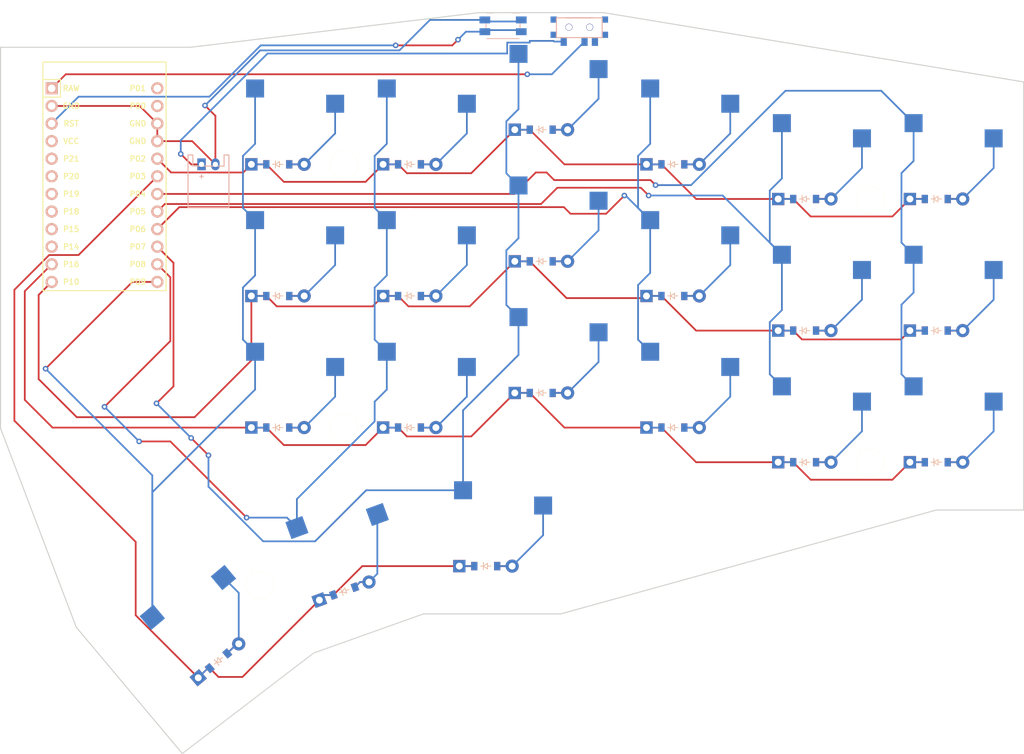
<source format=kicad_pcb>
(kicad_pcb (version 20241229) (generator "pcbnew") (generator_version "9.0")
  (title_block (title "right_pcb") (rev "v1.0.0") (company "Unknown"))
  (layers (0 "F.Cu" signal) (2 "B.Cu" signal) (13 "F.Paste" user) (15 "B.Paste" user) (5 "F.SilkS" user "F.Silkscreen") (7 "B.SilkS" user "B.Silkscreen") (1 "F.Mask" user) (3 "B.Mask" user) (25 "Edge.Cuts" user))
  (net 0 "")
  (net 1 "P4")
  (net 2 "mirror_outer_bottom")
  (net 3 "mirror_outer_home")
  (net 4 "mirror_outer_top")
  (net 5 "P5")
  (net 6 "mirror_pinky_bottom")
  (net 7 "mirror_pinky_home")
  (net 8 "mirror_pinky_top")
  (net 9 "P6")
  (net 10 "mirror_ring_bottom")
  (net 11 "mirror_ring_home")
  (net 12 "mirror_ring_top")
  (net 13 "P7")
  (net 14 "mirror_middle_bottom")
  (net 15 "mirror_middle_home")
  (net 16 "mirror_middle_top")
  (net 17 "P8")
  (net 18 "mirror_index_bottom")
  (net 19 "mirror_index_home")
  (net 20 "mirror_index_top")
  (net 21 "P9")
  (net 22 "mirror_inner_bottom")
  (net 23 "mirror_inner_home")
  (net 24 "mirror_inner_top")
  (net 25 "mirror_near_thumb")
  (net 26 "mirror_home_thumb")
  (net 27 "mirror_far_thumb")
  (net 28 "P16")
  (net 29 "P10")
  (net 30 "P2")
  (net 31 "P3")
  (net 32 "RAW")
  (net 33 "GND")
  (net 34 "RST")
  (net 35 "VCC")
  (net 36 "P21")
  (net 37 "P20")
  (net 38 "P19")
  (net 39 "P18")
  (net 40 "P15")
  (net 41 "P14")
  (net 42 "P1")
  (net 43 "P0")
  (net 44 "pos")
  (footprint "E73:SPDT_C128955" (layer "F.Cu") (at 318.5 42.2)
    (property "Reference" "T1" (hide yes))
    (property "Value" "" (hide yes))
  )
  (footprint "PG1350" (layer "F.Cu") (at 305 115)
    (property "Reference" "S19" (hide yes))
    (property "Value" "" (hide yes))
  )
  (footprint "PG1350" (layer "F.Cu") (at 275 57)
    (property "Reference" "S18" (hide yes))
    (property "Value" "" (hide yes))
  )
  (footprint "ComboDiode" (layer "F.Cu") (at 294 81)
    (property "Reference" "D14" (hide yes))
    (property "Value" "" (hide yes))
  )
  (footprint "PG1350" (layer "F.Cu") (at 351 81)
    (property "Reference" "S5" (hide yes))
    (property "Value" "" (hide yes))
  )
  (footprint "HOLE_M2_TH" (layer "F.Cu") (at 360.46 67.1)
    (property "Reference" "")
    (property "Value" "")
  )
  (footprint "PG1350" (layer "F.Cu") (at 351 100)
    (property "Reference" "S4" (hide yes))
    (property "Value" "" (hide yes))
  )
  (footprint "PG1350" (layer "F.Cu") (at 294 57)
    (property "Reference" "S15" (hide yes))
    (property "Value" "" (hide yes))
  )
  (footprint "ComboDiode" (layer "F.Cu") (at 370 105)
    (property "Reference" "D1" (hide yes))
    (property "Value" "" (hide yes))
  )
  (footprint "ComboDiode" (layer "F.Cu") (at 332 62)
    (property "Reference" "D9" (hide yes))
    (property "Value" "" (hide yes))
  )
  (footprint "PG1350" (layer "F.Cu") (at 282.866913 118.902661 20)
    (property "Reference" "S20" (hide yes))
    (property "Value" "" (hide yes))
  )
  (footprint "ComboDiode" (layer "F.Cu") (at 370 67)
    (property "Reference" "D3" (hide yes))
    (property "Value" "" (hide yes))
  )
  (footprint "ComboDiode" (layer "F.Cu") (at 294 62)
    (property "Reference" "D15" (hide yes))
    (property "Value" "" (hide yes))
  )
  (footprint "ComboDiode" (layer "F.Cu") (at 351 67)
    (property "Reference" "D6" (hide yes))
    (property "Value" "" (hide yes))
  )
  (footprint "PG1350" (layer "F.Cu") (at 294 95)
    (property "Reference" "S13" (hide yes))
    (property "Value" "" (hide yes))
  )
  (footprint "HOLE_M2_TH" (layer "F.Cu") (at 284.54 62.1)
    (property "Reference" "")
    (property "Value" "")
  )
  (footprint "ComboDiode" (layer "F.Cu") (at 332 100)
    (property "Reference" "D7" (hide yes))
    (property "Value" "" (hide yes))
  )
  (footprint "ComboDiode" (layer "F.Cu") (at 275 81)
    (property "Reference" "D17" (hide yes))
    (property "Value" "" (hide yes))
  )
  (footprint "PG1350" (layer "F.Cu") (at 313 90)
    (property "Reference" "S10" (hide yes))
    (property "Value" "" (hide yes))
  )
  (footprint "Panasonic_EVQPUL_EVQPUC" (layer "F.Cu") (at 307.5 42)
    (property "Reference" "B1" (hide yes))
    (property "Value" "Panasonic_EVQPUL_EVQPUC" (hide yes))
  )
  (footprint "ComboDiode" (layer "F.Cu") (at 313 76)
    (property "Reference" "D11" (hide yes))
    (property "Value" "" (hide yes))
  )
  (footprint "ComboDiode" (layer "F.Cu") (at 275 62)
    (property "Reference" "D18" (hide yes))
    (property "Value" "" (hide yes))
  )
  (footprint "JST_PH_S2B-PH-K_02x2.00mm_Angled" (layer "F.Cu") (at 265 62)
    (property "Reference" "JST1" (hide yes))
    (property "Value" "" (hide yes))
  )
  (footprint "ComboDiode" (layer "F.Cu") (at 370 86)
    (property "Reference" "D2" (hide yes))
    (property "Value" "" (hide yes))
  )
  (footprint "PG1350" (layer "F.Cu") (at 370 62)
    (property "Reference" "S3" (hide yes))
    (property "Value" "" (hide yes))
  )
  (footprint "ComboDiode" (layer "F.Cu") (at 284.577013 123.601124 20)
    (property "Reference" "D20" (hide yes))
    (property "Value" "" (hide yes))
  )
  (footprint "ComboDiode" (layer "F.Cu") (at 351 105)
    (property "Reference" "D4" (hide yes))
    (property "Value" "" (hide yes))
  )
  (footprint "PG1350" (layer "F.Cu") (at 332 95)
    (property "Reference" "S7" (hide yes))
    (property "Value" "" (hide yes))
  )
  (footprint "ComboDiode" (layer "F.Cu") (at 351 86)
    (property "Reference" "D5" (hide yes))
    (property "Value" "" (hide yes))
  )
  (footprint "PG1350" (layer "F.Cu") (at 351 62)
    (property "Reference" "S6" (hide yes))
    (property "Value" "" (hide yes))
  )
  (footprint "HOLE_M2_TH" (layer "F.Cu") (at 360.46 105.1)
    (property "Reference" "")
    (property "Value" "")
  )
  (footprint "ComboDiode" (layer "F.Cu") (at 332 81)
    (property "Reference" "D8" (hide yes))
    (property "Value" "" (hide yes))
  )
  (footprint "ComboDiode" (layer "F.Cu") (at 266.443692 133.669378 40)
    (property "Reference" "D21" (hide yes))
    (property "Value" "" (hide yes))
  )
  (footprint "HOLE_M2_TH" (layer "F.Cu") (at 272.379943 122.719605 20)
    (property "Reference" "")
    (property "Value" "")
  )
  (footprint "ComboDiode" (layer "F.Cu") (at 313 95)
    (property "Reference" "D10" (hide yes))
    (property "Value" "" (hide yes))
  )
  (footprint "ProMicro" (layer "F.Cu") (at 250 65 -90)
    (property "Reference" "MCU1" (hide yes))
    (property "Value" "" (hide yes))
  )
  (footprint "PG1350" (layer "F.Cu") (at 370 81)
    (property "Reference" "S2" (hide yes))
    (property "Value" "" (hide yes))
  )
  (footprint "HOLE_M2_TH" (layer "F.Cu") (at 284.54 100.1)
    (property "Reference" "")
    (property "Value" "")
  )
  (footprint "PG1350" (layer "F.Cu") (at 294 76)
    (property "Reference" "S14" (hide yes))
    (property "Value" "" (hide yes))
  )
  (footprint "PG1350" (layer "F.Cu") (at 370 100)
    (property "Reference" "S1" (hide yes))
    (property "Value" "" (hide yes))
  )
  (footprint "PG1350" (layer "F.Cu") (at 313 52)
    (property "Reference" "S12" (hide yes))
    (property "Value" "" (hide yes))
  )
  (footprint "PG1350" (layer "F.Cu") (at 332 57)
    (property "Reference" "S9" (hide yes))
    (property "Value" "" (hide yes))
  )
  (footprint "PG1350" (layer "F.Cu") (at 275 76)
    (property "Reference" "S17" (hide yes))
    (property "Value" "" (hide yes))
  )
  (footprint "PG1350" (layer "F.Cu") (at 263.229754 129.839156 40)
    (property "Reference" "S21" (hide yes))
    (property "Value" "" (hide yes))
  )
  (footprint "ComboDiode" (layer "F.Cu") (at 275 100)
    (property "Reference" "D16" (hide yes))
    (property "Value" "" (hide yes))
  )
  (footprint "ComboDiode" (layer "F.Cu") (at 313 57)
    (property "Reference" "D12" (hide yes))
    (property "Value" "" (hide yes))
  )
  (footprint "ComboDiode" (layer "F.Cu") (at 305 120)
    (property "Reference" "D19" (hide yes))
    (property "Value" "" (hide yes))
  )
  (footprint "PG1350" (layer "F.Cu") (at 275 95)
    (property "Reference" "S16" (hide yes))
    (property "Value" "" (hide yes))
  )
  (footprint "PG1350" (layer "F.Cu") (at 332 76)
    (property "Reference" "S8" (hide yes))
    (property "Value" "" (hide yes))
  )
  (footprint "ComboDiode" (layer "F.Cu") (at 294 100)
    (property "Reference" "D13" (hide yes))
    (property "Value" "" (hide yes))
  )
  (footprint "PG1350" (layer "F.Cu") (at 313 71)
    (property "Reference" "S11" (hide yes))
    (property "Value" "" (hide yes))
  )
  (gr_line (start 245.928422 128.822351) (end 261.226767 147.054209) (stroke (width 0.15)) (layer "Edge.Cuts"))
  (gr_line (start 382.6 111.9) (end 382.6 50.1) (stroke (width 0.15)) (layer "Edge.Cuts"))
  (gr_line (start 280.171165 132.547548) (end 296 126.9) (stroke (width 0.15)) (layer "Edge.Cuts"))
  (gr_line (start 235 100.1) (end 245.928422 128.822351) (stroke (width 0.15)) (layer "Edge.Cuts"))
  (gr_line (start 304 40.1) (end 262.4 45.1) (stroke (width 0.15)) (layer "Edge.Cuts"))
  (gr_line (start 382.6 50.1) (end 322 40.1) (stroke (width 0.15)) (layer "Edge.Cuts"))
  (gr_line (start 370 111.9) (end 382.6 111.9) (stroke (width 0.15)) (layer "Edge.Cuts"))
  (gr_line (start 315.8 126.9) (end 370 111.9) (stroke (width 0.15)) (layer "Edge.Cuts"))
  (gr_line (start 235 45.1) (end 235 100.1) (stroke (width 0.15)) (layer "Edge.Cuts"))
  (gr_line (start 261.226767 147.054209) (end 280.171165 132.547548) (stroke (width 0.15)) (layer "Edge.Cuts"))
  (gr_line (start 296 126.9) (end 315.8 126.9) (stroke (width 0.15)) (layer "Edge.Cuts"))
  (gr_line (start 262.4 45.1) (end 235 45.1) (stroke (width 0.15)) (layer "Edge.Cuts"))
  (gr_line (start 322 40.1) (end 304 40.1) (stroke (width 0.15)) (layer "Edge.Cuts"))
  (segment (start 328.772935 64.272935) (end 314.876 64.272935) (width 0.25) (layer "F.Cu") (net 1))
  (segment (start 314.876 64.272935) (end 313.777065 63.174) (width 0.25) (layer "F.Cu") (net 1))
  (segment (start 329.5 65) (end 328.772935 64.272935) (width 0.25) (layer "F.Cu") (net 1))
  (segment (start 309.126935 66.27) (end 257.62 66.27) (width 0.25) (layer "F.Cu") (net 1))
  (segment (start 313.777065 63.174) (end 312.222935 63.174) (width 0.25) (layer "F.Cu") (net 1))
  (segment (start 312.222935 63.174) (end 309.126935 66.27) (width 0.25) (layer "F.Cu") (net 1))
  (via (at 329.5 65) (size 0.8) (drill 0.4) (layers "F.Cu" "B.Cu") (net 1))
  (segment (start 364.975 73.3) (end 366.725 75.05) (width 0.25) (layer "B.Cu") (net 1))
  (segment (start 364.975 82.260099) (end 364.975 92.3) (width 0.25) (layer "B.Cu") (net 1))
  (segment (start 366.725 75.05) (end 366.725 80.510099) (width 0.25) (layer "B.Cu") (net 1))
  (segment (start 366.725 56.05) (end 366.725 61.510099) (width 0.25) (layer "B.Cu") (net 1))
  (segment (start 364.975 63.260099) (end 364.975 73.3) (width 0.25) (layer "B.Cu") (net 1))
  (segment (start 366.725 56.05) (end 362.049 51.374) (width 0.25) (layer "B.Cu") (net 1))
  (segment (start 362.049 51.374) (end 348.244073 51.374) (width 0.25) (layer "B.Cu") (net 1))
  (segment (start 366.725 61.510099) (end 364.975 63.260099) (width 0.25) (layer "B.Cu") (net 1))
  (segment (start 348.244073 51.374) (end 334.618073 65) (width 0.25) (layer "B.Cu") (net 1))
  (segment (start 366.725 80.510099) (end 364.975 82.260099) (width 0.25) (layer "B.Cu") (net 1))
  (segment (start 334.618073 65) (end 329.5 65) (width 0.25) (layer "B.Cu") (net 1))
  (segment (start 364.975 92.3) (end 366.725 94.05) (width 0.25) (layer "B.Cu") (net 1))
  (segment (start 373.81 105) (end 371.65 105) (width 0.25) (layer "F.Cu") (net 2))
  (segment (start 378.275 96.25) (end 378.275 100.535) (width 0.25) (layer "B.Cu") (net 2))
  (segment (start 378.275 100.535) (end 373.81 105) (width 0.25) (layer "B.Cu") (net 2))
  (segment (start 371.65 105) (end 373.81 105) (width 0.25) (layer "B.Cu") (net 2))
  (segment (start 371.65 86) (end 373.81 86) (width 0.25) (layer "F.Cu") (net 3))
  (segment (start 373.81 86) (end 371.65 86) (width 0.25) (layer "B.Cu") (net 3))
  (segment (start 378.275 77.25) (end 378.275 81.535) (width 0.25) (layer "B.Cu") (net 3))
  (segment (start 378.275 81.535) (end 373.81 86) (width 0.25) (layer "B.Cu") (net 3))
  (segment (start 373.81 67) (end 371.65 67) (width 0.25) (layer "F.Cu") (net 4))
  (segment (start 371.65 67) (end 373.81 67) (width 0.25) (layer "B.Cu") (net 4))
  (segment (start 378.275 62.535) (end 373.81 67) (width 0.25) (layer "B.Cu") (net 4))
  (segment (start 378.275 58.25) (end 378.275 62.535) (width 0.25) (layer "B.Cu") (net 4))
  (segment (start 328.5 66.5) (end 327.374 65.374) (width 0.25) (layer "F.Cu") (net 5))
  (segment (start 315.329065 65.374) (end 312.980065 67.723) (width 0.25) (layer "F.Cu") (net 5))
  (segment (start 327.374 65.374) (end 315.329065 65.374) (width 0.25) (layer "F.Cu") (net 5))
  (segment (start 312.980065 67.723) (end 258.707 67.723) (width 0.25) (layer "F.Cu") (net 5))
  (segment (start 258.707 67.723) (end 257.62 68.81) (width 0.25) (layer "F.Cu") (net 5))
  (via (at 328.5 66.5) (size 0.8) (drill 0.4) (layers "F.Cu" "B.Cu") (net 5))
  (segment (start 339.175 66.5) (end 328.5 66.5) (width 0.25) (layer "B.Cu") (net 5))
  (segment (start 347.725 75.05) (end 347.725 83.035) (width 0.25) (layer "B.Cu") (net 5))
  (segment (start 347.725 83.035) (end 345.975 84.785) (width 0.25) (layer "B.Cu") (net 5))
  (segment (start 347.725 75.05) (end 339.175 66.5) (width 0.25) (layer "B.Cu") (net 5))
  (segment (start 345.975 92.3) (end 347.725 94.05) (width 0.25) (layer "B.Cu") (net 5))
  (segment (start 347.725 64.035) (end 345.975 65.785) (width 0.25) (layer "B.Cu") (net 5))
  (segment (start 345.975 84.785) (end 345.975 92.3) (width 0.25) (layer "B.Cu") (net 5))
  (segment (start 345.975 73.3) (end 347.725 75.05) (width 0.25) (layer "B.Cu") (net 5))
  (segment (start 347.725 56.05) (end 347.725 64.035) (width 0.25) (layer "B.Cu") (net 5))
  (segment (start 345.975 65.785) (end 345.975 73.3) (width 0.25) (layer "B.Cu") (net 5))
  (segment (start 354.81 105) (end 352.65 105) (width 0.25) (layer "F.Cu") (net 6))
  (segment (start 359.275 96.25) (end 359.275 100.535) (width 0.25) (layer "B.Cu") (net 6))
  (segment (start 359.275 100.535) (end 354.81 105) (width 0.25) (layer "B.Cu") (net 6))
  (segment (start 354.81 105) (end 352.65 105) (width 0.25) (layer "B.Cu") (net 6))
  (segment (start 354.81 86) (end 352.65 86) (width 0.25) (layer "F.Cu") (net 7))
  (segment (start 359.275 81.535) (end 354.81 86) (width 0.25) (layer "B.Cu") (net 7))
  (segment (start 354.81 86) (end 352.65 86) (width 0.25) (layer "B.Cu") (net 7))
  (segment (start 359.275 77.25) (end 359.275 81.535) (width 0.25) (layer "B.Cu") (net 7))
  (segment (start 354.81 67) (end 352.65 67) (width 0.25) (layer "F.Cu") (net 8))
  (segment (start 359.275 58.25) (end 359.275 62.535) (width 0.25) (layer "B.Cu") (net 8))
  (segment (start 352.65 67) (end 354.81 67) (width 0.25) (layer "B.Cu") (net 8))
  (segment (start 359.275 62.535) (end 354.81 67) (width 0.25) (layer "B.Cu") (net 8))
  (segment (start 260.796 68.174) (end 257.62 71.35) (width 0.25) (layer "F.Cu") (net 9))
  (segment (start 322.374 69.126) (end 317.222935 69.126) (width 0.25) (layer "F.Cu") (net 9))
  (segment (start 317.222935 69.126) (end 316.270935 68.174) (width 0.25) (layer "F.Cu") (net 9))
  (segment (start 325 66.5) (end 322.374 69.126) (width 0.25) (layer "F.Cu") (net 9))
  (segment (start 316.270935 68.174) (end 260.796 68.174) (width 0.25) (layer "F.Cu") (net 9))
  (via (at 325 66.5) (size 0.8) (drill 0.4) (layers "F.Cu" "B.Cu") (net 9))
  (segment (start 328.725 70.05) (end 325.175 66.5) (width 0.25) (layer "B.Cu") (net 9))
  (segment (start 328.725 59.035) (end 326.975 60.785) (width 0.25) (layer "B.Cu") (net 9))
  (segment (start 328.725 77.673) (end 326.975 79.423) (width 0.25) (layer "B.Cu") (net 9))
  (segment (start 326.975 87.3) (end 328.725 89.05) (width 0.25) (layer "B.Cu") (net 9))
  (segment (start 325.175 66.5) (end 325 66.5) (width 0.25) (layer "B.Cu") (net 9))
  (segment (start 326.975 79.423) (end 326.975 87.3) (width 0.25) (layer "B.Cu") (net 9))
  (segment (start 328.725 51.05) (end 328.725 59.035) (width 0.25) (layer "B.Cu") (net 9))
  (segment (start 328.725 70.05) (end 328.725 77.673) (width 0.25) (layer "B.Cu") (net 9))
  (segment (start 326.975 68.3) (end 328.725 70.05) (width 0.25) (layer "B.Cu") (net 9))
  (segment (start 326.975 60.785) (end 326.975 68.3) (width 0.25) (layer "B.Cu") (net 9))
  (segment (start 335.81 100) (end 333.65 100) (width 0.25) (layer "F.Cu") (net 10))
  (segment (start 333.65 100) (end 335.81 100) (width 0.25) (layer "B.Cu") (net 10))
  (segment (start 340.275 91.25) (end 340.275 95.535) (width 0.25) (layer "B.Cu") (net 10))
  (segment (start 340.275 95.535) (end 335.81 100) (width 0.25) (layer "B.Cu") (net 10))
  (segment (start 333.65 81) (end 335.81 81) (width 0.25) (layer "F.Cu") (net 11))
  (segment (start 340.275 76.535) (end 335.81 81) (width 0.25) (layer "B.Cu") (net 11))
  (segment (start 335.81 81) (end 333.65 81) (width 0.25) (layer "B.Cu") (net 11))
  (segment (start 340.275 72.25) (end 340.275 76.535) (width 0.25) (layer "B.Cu") (net 11))
  (segment (start 335.81 62) (end 333.65 62) (width 0.25) (layer "F.Cu") (net 12))
  (segment (start 340.275 53.25) (end 340.275 57.535) (width 0.25) (layer "B.Cu") (net 12))
  (segment (start 340.275 57.535) (end 335.81 62) (width 0.25) (layer "B.Cu") (net 12))
  (segment (start 333.65 62) (end 335.81 62) (width 0.25) (layer "B.Cu") (net 12))
  (segment (start 259.951 76.221) (end 257.62 73.89) (width 0.25) (layer "F.Cu") (net 13))
  (segment (start 257.5 96.5) (end 259.951 94.049) (width 0.25) (layer "F.Cu") (net 13))
  (segment (start 265 104) (end 262.5 101.5) (width 0.25) (layer "F.Cu") (net 13))
  (segment (start 259.951 94.049) (end 259.951 76.221) (width 0.25) (layer "F.Cu") (net 13))
  (via (at 265 104) (size 0.8) (drill 0.4) (layers "F.Cu" "B.Cu") (net 13))
  (via (at 257.5 96.5) (size 0.8) (drill 0.4) (layers "F.Cu" "B.Cu") (net 13))
  (via (at 262.5 101.5) (size 0.8) (drill 0.4) (layers "F.Cu" "B.Cu") (net 13))
  (segment (start 309.725 65.05) (end 309.725 72.673) (width 0.25) (layer "B.Cu") (net 13))
  (segment (start 262.5 101.5) (end 257.5 96.5) (width 0.25) (layer "B.Cu") (net 13))
  (segment (start 287.746448 109.05) (end 280.372615 116.423833) (width 0.25) (layer "B.Cu") (net 13))
  (segment (start 301.725 109.05) (end 287.746448 109.05) (width 0.25) (layer "B.Cu") (net 13))
  (segment (start 272.897113 116.423833) (end 265 108.52672) (width 0.25) (layer "B.Cu") (net 13))
  (segment (start 309.725 46.05) (end 309.725 54.035) (width 0.25) (layer "B.Cu") (net 13))
  (segment (start 301.725 97.510099) (end 309.725 89.510099) (width 0.25) (layer "B.Cu") (net 13))
  (segment (start 301.725 109.05) (end 301.725 97.510099) (width 0.25) (layer "B.Cu") (net 13))
  (segment (start 309.725 72.673) (end 307.975 74.423) (width 0.25) (layer "B.Cu") (net 13))
  (segment (start 309.725 54.035) (end 307.975 55.785) (width 0.25) (layer "B.Cu") (net 13))
  (segment (start 265 108.52672) (end 265 104) (width 0.25) (layer "B.Cu") (net 13))
  (segment (start 307.975 63.3) (end 309.725 65.05) (width 0.25) (layer "B.Cu") (net 13))
  (segment (start 280.372615 116.423833) (end 272.897113 116.423833) (width 0.25) (layer "B.Cu") (net 13))
  (segment (start 307.975 55.785) (end 307.975 63.3) (width 0.25) (layer "B.Cu") (net 13))
  (segment (start 309.725 89.510099) (end 309.725 84.05) (width 0.25) (layer "B.Cu") (net 13))
  (segment (start 307.975 82.3) (end 309.725 84.05) (width 0.25) (layer "B.Cu") (net 13))
  (segment (start 307.975 74.423) (end 307.975 82.3) (width 0.25) (layer "B.Cu") (net 13))
  (segment (start 314.65 95) (end 316.81 95) (width 0.25) (layer "F.Cu") (net 14))
  (segment (start 321.275 90.535) (end 316.81 95) (width 0.25) (layer "B.Cu") (net 14))
  (segment (start 316.81 95) (end 314.65 95) (width 0.25) (layer "B.Cu") (net 14))
  (segment (start 321.275 86.25) (end 321.275 90.535) (width 0.25) (layer "B.Cu") (net 14))
  (segment (start 314.65 76) (end 316.81 76) (width 0.25) (layer "F.Cu") (net 15))
  (segment (start 321.275 71.535) (end 316.81 76) (width 0.25) (layer "B.Cu") (net 15))
  (segment (start 321.275 67.25) (end 321.275 71.535) (width 0.25) (layer "B.Cu") (net 15))
  (segment (start 316.81 76) (end 314.65 76) (width 0.25) (layer "B.Cu") (net 15))
  (segment (start 316.81 57) (end 314.65 57) (width 0.25) (layer "F.Cu") (net 16))
  (segment (start 321.275 52.535) (end 316.81 57) (width 0.25) (layer "B.Cu") (net 16))
  (segment (start 321.275 48.25) (end 321.275 52.535) (width 0.25) (layer "B.Cu") (net 16))
  (segment (start 314.65 57) (end 316.81 57) (width 0.25) (layer "B.Cu") (net 16))
  (segment (start 259.5 78.31) (end 257.62 76.43) (width 0.25) (layer "F.Cu") (net 17))
  (segment (start 259.5 87.5) (end 259.5 78.31) (width 0.25) (layer "F.Cu") (net 17))
  (segment (start 259.5 102) (end 255 102) (width 0.25) (layer "F.Cu") (net 17))
  (segment (start 270.5 113) (end 259.5 102) (width 0.25) (layer "F.Cu") (net 17))
  (segment (start 250 97) (end 259.5 87.5) (width 0.25) (layer "F.Cu") (net 17))
  (via (at 250 97) (size 0.8) (drill 0.4) (layers "F.Cu" "B.Cu") (net 17))
  (via (at 270.5 113) (size 0.8) (drill 0.4) (layers "F.Cu" "B.Cu") (net 17))
  (via (at 255 102) (size 0.8) (drill 0.4) (layers "F.Cu" "B.Cu") (net 17))
  (segment (start 290.725 78.035) (end 288.975 79.785) (width 0.25) (layer "B.Cu") (net 17))
  (segment (start 277.7544 114.431606) (end 276.322794 113) (width 0.25) (layer "B.Cu") (net 17))
  (segment (start 288.975 96.260099) (end 290.725 94.510099) (width 0.25) (layer "B.Cu") (net 17))
  (segment (start 288.975 79.785) (end 288.975 87.3) (width 0.25) (layer "B.Cu") (net 17))
  (segment (start 290.725 94.510099) (end 290.725 89.05) (width 0.25) (layer "B.Cu") (net 17))
  (segment (start 288.975 87.3) (end 290.725 89.05) (width 0.25) (layer "B.Cu") (net 17))
  (segment (start 288.975 60.785) (end 288.975 68.3) (width 0.25) (layer "B.Cu") (net 17))
  (segment (start 288.975 68.3) (end 290.725 70.05) (width 0.25) (layer "B.Cu") (net 17))
  (segment (start 288.975 99.095882) (end 288.975 96.260099) (width 0.25) (layer "B.Cu") (net 17))
  (segment (start 277.7544 114.431606) (end 277.7544 110.316482) (width 0.25) (layer "B.Cu") (net 17))
  (segment (start 290.725 51.05) (end 290.725 59.035) (width 0.25) (layer "B.Cu") (net 17))
  (segment (start 277.7544 110.316482) (end 288.975 99.095882) (width 0.25) (layer "B.Cu") (net 17))
  (segment (start 276.322794 113) (end 270.5 113) (width 0.25) (layer "B.Cu") (net 17))
  (segment (start 290.725 70.05) (end 290.725 78.035) (width 0.25) (layer "B.Cu") (net 17))
  (segment (start 255 102) (end 250 97) (width 0.25) (layer "B.Cu") (net 17))
  (segment (start 290.725 59.035) (end 288.975 60.785) (width 0.25) (layer "B.Cu") (net 17))
  (segment (start 297.81 100) (end 295.65 100) (width 0.25) (layer "F.Cu") (net 18))
  (segment (start 302.275 91.25) (end 302.275 95.535) (width 0.25) (layer "B.Cu") (net 18))
  (segment (start 302.275 95.535) (end 297.81 100) (width 0.25) (layer "B.Cu") (net 18))
  (segment (start 295.65 100) (end 297.81 100) (width 0.25) (layer "B.Cu") (net 18))
  (segment (start 295.65 81) (end 297.81 81) (width 0.25) (layer "F.Cu") (net 19))
  (segment (start 302.275 76.535) (end 297.81 81) (width 0.25) (layer "B.Cu") (net 19))
  (segment (start 297.81 81) (end 295.65 81) (width 0.25) (layer "B.Cu") (net 19))
  (segment (start 302.275 72.25) (end 302.275 76.535) (width 0.25) (layer "B.Cu") (net 19))
  (segment (start 297.81 62) (end 295.65 62) (width 0.25) (layer "F.Cu") (net 20))
  (segment (start 295.65 62) (end 297.81 62) (width 0.25) (layer "B.Cu") (net 20))
  (segment (start 302.275 53.25) (end 302.275 57.535) (width 0.25) (layer "B.Cu") (net 20))
  (segment (start 302.275 57.535) (end 297.81 62) (width 0.25) (layer "B.Cu") (net 20))
  (segment (start 241.5 91.5) (end 254.03 78.97) (width 0.25) (layer "F.Cu") (net 21))
  (segment (start 254.03 78.97) (end 257.62 78.97) (width 0.25) (layer "F.Cu") (net 21))
  (via (at 241.5 91.5) (size 0.8) (drill 0.4) (layers "F.Cu" "B.Cu") (net 21))
  (segment (start 271.725 51.05) (end 271.725 59.035) (width 0.25) (layer "B.Cu") (net 21))
  (segment (start 256.896372 127.386321) (end 256.896372 106.896372) (width 0.25) (layer "B.Cu") (net 21))
  (segment (start 271.725 70.05) (end 271.725 78.035) (width 0.25) (layer "B.Cu") (net 21))
  (segment (start 269.975 79.785) (end 269.975 87.3) (width 0.25) (layer "B.Cu") (net 21))
  (segment (start 271.725 94.510099) (end 271.725 89.05) (width 0.25) (layer "B.Cu") (net 21))
  (segment (start 269.975 60.785) (end 269.975 68.3) (width 0.25) (layer "B.Cu") (net 21))
  (segment (start 271.725 78.035) (end 269.975 79.785) (width 0.25) (layer "B.Cu") (net 21))
  (segment (start 269.975 68.3) (end 271.725 70.05) (width 0.25) (layer "B.Cu") (net 21))
  (segment (start 269.975 87.3) (end 271.725 89.05) (width 0.25) (layer "B.Cu") (net 21))
  (segment (start 256.896372 127.386321) (end 256.896372 109.338727) (width 0.25) (layer "B.Cu") (net 21))
  (segment (start 271.725 59.035) (end 269.975 60.785) (width 0.25) (layer "B.Cu") (net 21))
  (segment (start 256.896372 109.338727) (end 271.725 94.510099) (width 0.25) (layer "B.Cu") (net 21))
  (segment (start 256.896372 106.896372) (end 241.5 91.5) (width 0.25) (layer "B.Cu") (net 21))
  (segment (start 276.65 100) (end 278.81 100) (width 0.25) (layer "F.Cu") (net 22))
  (segment (start 283.275 91.25) (end 283.275 95.535) (width 0.25) (layer "B.Cu") (net 22))
  (segment (start 276.65 100) (end 278.81 100) (width 0.25) (layer "B.Cu") (net 22))
  (segment (start 283.275 95.535) (end 278.81 100) (width 0.25) (layer "B.Cu") (net 22))
  (segment (start 278.81 81) (end 276.65 81) (width 0.25) (layer "F.Cu") (net 23))
  (segment (start 283.275 76.535) (end 278.81 81) (width 0.25) (layer "B.Cu") (net 23))
  (segment (start 276.65 81) (end 278.81 81) (width 0.25) (layer "B.Cu") (net 23))
  (segment (start 283.275 72.25) (end 283.275 76.535) (width 0.25) (layer "B.Cu") (net 23))
  (segment (start 276.65 62) (end 278.81 62) (width 0.25) (layer "F.Cu") (net 24))
  (segment (start 283.275 53.25) (end 283.275 57.535) (width 0.25) (layer "B.Cu") (net 24))
  (segment (start 278.81 62) (end 276.65 62) (width 0.25) (layer "B.Cu") (net 24))
  (segment (start 283.275 57.535) (end 278.81 62) (width 0.25) (layer "B.Cu") (net 24))
  (segment (start 306.65 120) (end 308.81 120) (width 0.25) (layer "F.Cu") (net 25))
  (segment (start 313.275 111.25) (end 313.275 115.535) (width 0.25) (layer "B.Cu") (net 25))
  (segment (start 313.275 115.535) (end 308.81 120) (width 0.25) (layer "B.Cu") (net 25))
  (segment (start 308.81 120) (end 306.65 120) (width 0.25) (layer "B.Cu") (net 25))
  (segment (start 286.86627 122.298027) (end 286.127506 123.036791) (width 0.25) (layer "F.Cu") (net 26))
  (segment (start 288.157242 122.298027) (end 286.86627 122.298027) (width 0.25) (layer "F.Cu") (net 26))
  (segment (start 286.86627 122.298027) (end 286.127506 123.036791) (width 0.25) (layer "B.Cu") (net 26))
  (segment (start 289.360294 112.548597) (end 289.360294 121.094975) (width 0.25) (layer "B.Cu") (net 26))
  (segment (start 289.360294 121.094975) (end 288.157242 122.298027) (width 0.25) (layer "B.Cu") (net 26))
  (segment (start 288.157242 122.298027) (end 286.86627 122.298027) (width 0.25) (layer "B.Cu") (net 26))
  (segment (start 269.362321 131.220357) (end 269.096086 131.220357) (width 0.25) (layer "F.Cu") (net 27))
  (segment (start 269.096086 131.220357) (end 267.707665 132.608778) (width 0.25) (layer "F.Cu") (net 27))
  (segment (start 269.362321 123.851425) (end 269.362321 131.220357) (width 0.25) (layer "B.Cu") (net 27))
  (segment (start 269.096086 131.220357) (end 267.707665 132.608778) (width 0.25) (layer "B.Cu") (net 27))
  (segment (start 267.158318 121.647422) (end 269.362321 123.851425) (width 0.25) (layer "B.Cu") (net 27))
  (segment (start 269.362321 131.220357) (end 269.096086 131.220357) (width 0.25) (layer "B.Cu") (net 27))
  (segment (start 347.19 105) (end 349.35 105) (width 0.25) (layer "F.Cu") (net 28))
  (segment (start 347.19 105) (end 335.35 105) (width 0.25) (layer "F.Cu") (net 28))
  (segment (start 366.19 105) (end 363.664 107.526) (width 0.25) (layer "F.Cu") (net 28))
  (segment (start 328.19 100) (end 316.35 100) (width 0.25) (layer "F.Cu") (net 28))
  (segment (start 238.5 96) (end 242.5 100) (width 0.25) (layer "F.Cu") (net 28))
  (segment (start 335.35 105) (end 330.35 100) (width 0.25) (layer "F.Cu") (net 28))
  (segment (start 368.35 105) (end 366.19 105) (width 0.25) (layer "F.Cu") (net 28))
  (segment (start 242.38 76.43) (end 238.5 80.31) (width 0.25) (layer "F.Cu") (net 28))
  (segment (start 316.35 100) (end 311.35 95) (width 0.25) (layer "F.Cu") (net 28))
  (segment (start 275.876 102.526) (end 273.35 100) (width 0.25) (layer "F.Cu") (net 28))
  (segment (start 330.35 100) (end 328.19 100) (width 0.25) (layer "F.Cu") (net 28))
  (segment (start 287.664 102.526) (end 275.876 102.526) (width 0.25) (layer "F.Cu") (net 28))
  (segment (start 351.876 107.526) (end 349.35 105) (width 0.25) (layer "F.Cu") (net 28))
  (segment (start 238.5 80.31) (end 238.5 96) (width 0.25) (layer "F.Cu") (net 28))
  (segment (start 290.19 100) (end 287.664 102.526) (width 0.25) (layer "F.Cu") (net 28))
  (segment (start 309.19 95) (end 311.35 95) (width 0.25) (layer "F.Cu") (net 28))
  (segment (start 271.19 100) (end 273.35 100) (width 0.25) (layer "F.Cu") (net 28))
  (segment (start 363.664 107.526) (end 351.876 107.526) (width 0.25) (layer "F.Cu") (net 28))
  (segment (start 309.19 95) (end 302.9115 101.2785) (width 0.25) (layer "F.Cu") (net 28))
  (segment (start 292.35 100) (end 290.19 100) (width 0.25) (layer "F.Cu") (net 28))
  (segment (start 302.9115 101.2785) (end 293.6285 101.2785) (width 0.25) (layer "F.Cu") (net 28))
  (segment (start 293.6285 101.2785) (end 292.35 100) (width 0.25) (layer "F.Cu") (net 28))
  (segment (start 242.5 100) (end 271.19 100) (width 0.25) (layer "F.Cu") (net 28))
  (segment (start 366.19 105) (end 368.35 105) (width 0.25) (layer "B.Cu") (net 28))
  (segment (start 330.35 100) (end 328.19 100) (width 0.25) (layer "B.Cu") (net 28))
  (segment (start 290.19 100) (end 292.35 100) (width 0.25) (layer "B.Cu") (net 28))
  (segment (start 349.35 105) (end 347.19 105) (width 0.25) (layer "B.Cu") (net 28))
  (segment (start 273.35 100) (end 271.19 100) (width 0.25) (layer "B.Cu") (net 28))
  (segment (start 311.35 95) (end 309.19 95) (width 0.25) (layer "B.Cu") (net 28))
  (segment (start 347.19 86) (end 349.35 86) (width 0.25) (layer "F.Cu") (net 29))
  (segment (start 327.88 81.31) (end 316.66 81.31) (width 0.25) (layer "F.Cu") (net 29))
  (segment (start 309.19 76) (end 311.35 76) (width 0.25) (layer "F.Cu") (net 29))
  (segment (start 366.19 86) (end 368.35 86) (width 0.25) (layer "F.Cu") (net 29))
  (segment (start 271.19 81) (end 271.19 90.31) (width 0.25) (layer "F.Cu") (net 29))
  (segment (start 240.5 93) (end 240.5 80.85) (width 0.25) (layer "F.Cu") (net 29))
  (segment (start 328.19 81) (end 330.35 81) (width 0.25) (layer "F.Cu") (net 29))
  (segment (start 328.19 81) (end 327.88 81.31) (width 0.25) (layer "F.Cu") (net 29))
  (segment (start 290.19 81) (end 292.35 81) (width 0.25) (layer "F.Cu") (net 29))
  (segment (start 302.69 82.5) (end 293.85 82.5) (width 0.25) (layer "F.Cu") (net 29))
  (segment (start 240.5 80.85) (end 242.38 78.97) (width 0.25) (layer "F.Cu") (net 29))
  (segment (start 309.19 76) (end 302.69 82.5) (width 0.25) (layer "F.Cu") (net 29))
  (segment (start 288.69 82.5) (end 274.85 82.5) (width 0.25) (layer "F.Cu") (net 29))
  (segment (start 364.9115 87.2785) (end 350.6285 87.2785) (width 0.25) (layer "F.Cu") (net 29))
  (segment (start 335.35 86) (end 330.35 81) (width 0.25) (layer "F.Cu") (net 29))
  (segment (start 263 98.5) (end 246 98.5) (width 0.25) (layer "F.Cu") (net 29))
  (segment (start 273.35 81) (end 271.19 81) (width 0.25) (layer "F.Cu") (net 29))
  (segment (start 271.19 90.31) (end 263 98.5) (width 0.25) (layer "F.Cu") (net 29))
  (segment (start 316.66 81.31) (end 311.35 76) (width 0.25) (layer "F.Cu") (net 29))
  (segment (start 274.85 82.5) (end 273.35 81) (width 0.25) (layer "F.Cu") (net 29))
  (segment (start 246 98.5) (end 240.5 93) (width 0.25) (layer "F.Cu") (net 29))
  (segment (start 350.6285 87.2785) (end 349.35 86) (width 0.25) (layer "F.Cu") (net 29))
  (segment (start 347.19 86) (end 335.35 86) (width 0.25) (layer "F.Cu") (net 29))
  (segment (start 290.19 81) (end 288.69 82.5) (width 0.25) (layer "F.Cu") (net 29))
  (segment (start 293.85 82.5) (end 292.35 81) (width 0.25) (layer "F.Cu") (net 29))
  (segment (start 366.19 86) (end 364.9115 87.2785) (width 0.25) (layer "F.Cu") (net 29))
  (segment (start 368.35 86) (end 366.19 86) (width 0.25) (layer "B.Cu") (net 29))
  (segment (start 330.35 81) (end 328.19 81) (width 0.25) (layer "B.Cu") (net 29))
  (segment (start 271.19 81) (end 273.35 81) (width 0.25) (layer "B.Cu") (net 29))
  (segment (start 349.35 86) (end 347.19 86) (width 0.25) (layer "B.Cu") (net 29))
  (segment (start 292.35 81) (end 290.19 81) (width 0.25) (layer "B.Cu") (net 29))
  (segment (start 311.35 76) (end 309.19 76) (width 0.25) (layer "B.Cu") (net 29))
  (segment (start 351.876 69.526) (end 349.35 67) (width 0.25) (layer "F.Cu") (net 30))
  (segment (start 347.19 67) (end 335.35 67) (width 0.25) (layer "F.Cu") (net 30))
  (segment (start 292.35 62) (end 290.19 62) (width 0.25) (layer "F.Cu") (net 30))
  (segment (start 287.664 64.526) (end 275.876 64.526) (width 0.25) (layer "F.Cu") (net 30))
  (segment (start 363.664 69.526) (end 351.876 69.526) (width 0.25) (layer "F.Cu") (net 30))
  (segment (start 293.6285 63.2785) (end 292.35 62) (width 0.25) (layer "F.Cu") (net 30))
  (segment (start 368.35 67) (end 366.19 67) (width 0.25) (layer "F.Cu") (net 30))
  (segment (start 330.35 62) (end 328.19 62) (width 0.25) (layer "F.Cu") (net 30))
  (segment (start 270.014 63.176) (end 259.606 63.176) (width 0.25) (layer "F.Cu") (net 30))
  (segment (start 271.19 62) (end 270.014 63.176) (width 0.25) (layer "F.Cu") (net 30))
  (segment (start 290.19 62) (end 287.664 64.526) (width 0.25) (layer "F.Cu") (net 30))
  (segment (start 366.19 67) (end 363.664 69.526) (width 0.25) (layer "F.Cu") (net 30))
  (segment (start 259.606 63.176) (end 257.62 61.19) (width 0.25) (layer "F.Cu") (net 30))
  (segment (start 275.876 64.526) (end 273.35 62) (width 0.25) (layer "F.Cu") (net 30))
  (segment (start 309.19 57) (end 302.9115 63.2785) (width 0.25) (layer "F.Cu") (net 30))
  (segment (start 349.35 67) (end 347.19 67) (width 0.25) (layer "F.Cu") (net 30))
  (segment (start 316.35 62) (end 311.35 57) (width 0.25) (layer "F.Cu") (net 30))
  (segment (start 271.19 62) (end 273.35 62) (width 0.25) (layer "F.Cu") (net 30))
  (segment (start 328.19 62) (end 316.35 62) (width 0.25) (layer "F.Cu") (net 30))
  (segment (start 335.35 67) (end 330.35 62) (width 0.25) (layer "F.Cu") (net 30))
  (segment (start 311.35 57) (end 309.19 57) (width 0.25) (layer "F.Cu") (net 30))
  (segment (start 302.9115 63.2785) (end 293.6285 63.2785) (width 0.25) (layer "F.Cu") (net 30))
  (segment (start 290.19 62) (end 292.35 62) (width 0.25) (layer "B.Cu") (net 30))
  (segment (start 328.19 62) (end 330.35 62) (width 0.25) (layer "B.Cu") (net 30))
  (segment (start 347.19 67) (end 349.35 67) (width 0.25) (layer "B.Cu") (net 30))
  (segment (start 309.19 57) (end 311.35 57) (width 0.25) (layer "B.Cu") (net 30))
  (segment (start 273.35 62) (end 271.19 62) (width 0.25) (layer "B.Cu") (net 30))
  (segment (start 366.19 67) (end 368.35 67) (width 0.25) (layer "B.Cu") (net 30))
  (segment (start 265.179719 134.729978) (end 264.913484 134.729978) (width 0.25) (layer "F.Cu") (net 31))
  (segment (start 237 80.109691) (end 237 99) (width 0.25) (layer "F.Cu") (net 31))
  (segment (start 287.191977 120) (end 283.02652 124.165457) (width 0.25) (layer "F.Cu") (net 31))
  (segment (start 242.017391 75.0923) (end 237 80.109691) (width 0.25) (layer "F.Cu") (net 31))
  (segment (start 264.913484 134.729978) (end 263.525063 136.118399) (width 0.25) (layer "F.Cu") (net 31))
  (segment (start 257.62 63.73) (end 246.2577 75.0923) (width 0.25) (layer "F.Cu") (net 31))
  (segment (start 254.5 127.093336) (end 263.525063 136.118399) (width 0.25) (layer "F.Cu") (net 31))
  (segment (start 283.02652 124.165457) (end 281.735548 124.165457) (width 0.25) (layer "F.Cu") (net 31))
  (segment (start 301.19 120) (end 287.191977 120) (width 0.25) (layer "F.Cu") (net 31))
  (segment (start 269.901005 136) (end 266.449741 136) (width 0.25) (layer "F.Cu") (net 31))
  (segment (start 237 99) (end 254.5 116.5) (width 0.25) (layer "F.Cu") (net 31))
  (segment (start 281.735548 124.165457) (end 280.996784 124.904221) (width 0.25) (layer "F.Cu") (net 31))
  (segment (start 280.996784 124.904221) (end 269.901005 136) (width 0.25) (layer "F.Cu") (net 31))
  (segment (start 266.449741 136) (end 265.179719 134.729978) (width 0.25) (layer "F.Cu") (net 31))
  (segment (start 254.5 116.5) (end 254.5 127.093336) (width 0.25) (layer "F.Cu") (net 31))
  (segment (start 246.2577 75.0923) (end 242.017391 75.0923) (width 0.25) (layer "F.Cu") (net 31))
  (segment (start 301.19 120) (end 303.35 120) (width 0.25) (layer "F.Cu") (net 31))
  (segment (start 264.913484 134.729978) (end 263.525063 136.118399) (width 0.25) (layer "B.Cu") (net 31))
  (segment (start 303.35 120) (end 301.19 120) (width 0.25) (layer "B.Cu") (net 31))
  (segment (start 265.179719 134.729978) (end 264.913484 134.729978) (width 0.25) (layer "B.Cu") (net 31))
  (segment (start 281.735548 124.165457) (end 280.996784 124.904221) (width 0.25) (layer "B.Cu") (net 31))
  (segment (start 283.02652 124.165457) (end 281.735548 124.165457) (width 0.25) (layer "B.Cu") (net 31))
  (segment (start 244.41 49) (end 242.38 51.03) (width 0.25) (layer "F.Cu") (net 32))
  (segment (start 311 49) (end 244.41 49) (width 0.25) (layer "F.Cu") (net 32))
  (via (at 311 49) (size 0.8) (drill 0.4) (layers "F.Cu" "B.Cu") (net 32))
  (segment (start 319.25 44.275) (end 314.525 49) (width 0.25) (layer "B.Cu") (net 32))
  (segment (start 314.525 49) (end 311 49) (width 0.25) (layer "B.Cu") (net 32))
  (segment (start 257.62 56.11) (end 257.62 58.65) (width 0.25) (layer "F.Cu") (net 33))
  (segment (start 242.38 53.57) (end 255.08 53.57) (width 0.25) (layer "F.Cu") (net 33))
  (segment (start 257.62 58.65) (end 262.65 58.65) (width 0.25) (layer "F.Cu") (net 33))
  (segment (start 266 55) (end 266 62) (width 0.25) (layer "F.Cu") (net 33))
  (segment (start 262.65 58.65) (end 266 62) (width 0.25) (layer "F.Cu") (net 33))
  (segment (start 255.08 53.57) (end 257.62 56.11) (width 0.25) (layer "F.Cu") (net 33))
  (segment (start 264.5 53.5) (end 266 55) (width 0.25) (layer "F.Cu") (net 33))
  (via (at 264.5 53.5) (size 0.8) (drill 0.4) (layers "F.Cu" "B.Cu") (net 33))
  (segment (start 304.875 41.15) (end 296.94836 41.15) (width 0.25) (layer "B.Cu") (net 33))
  (segment (start 305.101 41.376) (end 304.875 41.15) (width 0.25) (layer "B.Cu") (net 33))
  (segment (start 296.94836 41.15) (end 292.54936 45.549) (width 0.25) (layer "B.Cu") (net 33))
  (segment (start 272.451 45.549) (end 264.5 53.5) (width 0.25) (layer "B.Cu") (net 33))
  (segment (start 310.125 41.15) (end 309.899 41.376) (width 0.25) (layer "B.Cu") (net 33))
  (segment (start 309.899 41.376) (end 305.101 41.376) (width 0.25) (layer "B.Cu") (net 33))
  (segment (start 292.54936 45.549) (end 272.451 45.549) (width 0.25) (layer "B.Cu") (net 33))
  (segment (start 292 44.824) (end 300.176 44.824) (width 0.25) (layer "F.Cu") (net 34))
  (segment (start 300.176 44.824) (end 301 44) (width 0.25) (layer "F.Cu") (net 34))
  (via (at 292 44.824) (size 0.8) (drill 0.4) (layers "F.Cu" "B.Cu") (net 34))
  (via (at 301 44) (size 0.8) (drill 0.4) (layers "F.Cu" "B.Cu") (net 34))
  (segment (start 302.15 42.85) (end 304.875 42.85) (width 0.25) (layer "B.Cu") (net 34))
  (segment (start 301 44) (end 302.15 42.85) (width 0.25) (layer "B.Cu") (net 34))
  (segment (start 309.899 42.624) (end 305.101 42.624) (width 0.25) (layer "B.Cu") (net 34))
  (segment (start 272.53819 44.824) (end 292 44.824) (width 0.25) (layer "B.Cu") (net 34))
  (segment (start 242.38 56.11) (end 246.2577 52.2323) (width 0.25) (layer "B.Cu") (net 34))
  (segment (start 246.2577 52.2323) (end 265.12989 52.2323) (width 0.25) (layer "B.Cu") (net 34))
  (segment (start 265.12989 52.2323) (end 272.53819 44.824) (width 0.25) (layer "B.Cu") (net 34))
  (segment (start 305.101 42.624) (end 304.875 42.85) (width 0.25) (layer "B.Cu") (net 34))
  (segment (start 310.125 42.85) (end 309.899 42.624) (width 0.25) (layer "B.Cu") (net 34))
  (segment (start 264 62) (end 262.5 62) (width 0.25) (layer "F.Cu") (net 44))
  (segment (start 262.5 62) (end 261 60.5) (width 0.25) (layer "F.Cu") (net 44))
  (via (at 261 60.5) (size 0.8) (drill 0.4) (layers "F.Cu" "B.Cu") (net 44))
  (segment (start 273.523 46) (end 308.099 46) (width 0.25) (layer "B.Cu") (net 44))
  (segment (start 314.876 44.275) (end 316.25 44.275) (width 0.25) (layer "B.Cu") (net 44))
  (segment (start 261 60.5) (end 261 58.523) (width 0.25) (layer "B.Cu") (net 44))
  (segment (start 311.351 44.174) (end 314.775 44.174) (width 0.25) (layer "B.Cu") (net 44))
  (segment (start 261 58.523) (end 273.523 46) (width 0.25) (layer "B.Cu") (net 44))
  (segment (start 311.351 44.424) (end 311.351 44.174) (width 0.25) (layer "B.Cu") (net 44))
  (segment (start 308.099 44.424) (end 311.351 44.424) (width 0.25) (layer "B.Cu") (net 44))
  (segment (start 308.099 46) (end 308.099 44.424) (width 0.25) (layer "B.Cu") (net 44))
  (segment (start 314.775 44.174) (end 314.876 44.275) (width 0.25) (layer "B.Cu") (net 44))
)
</source>
